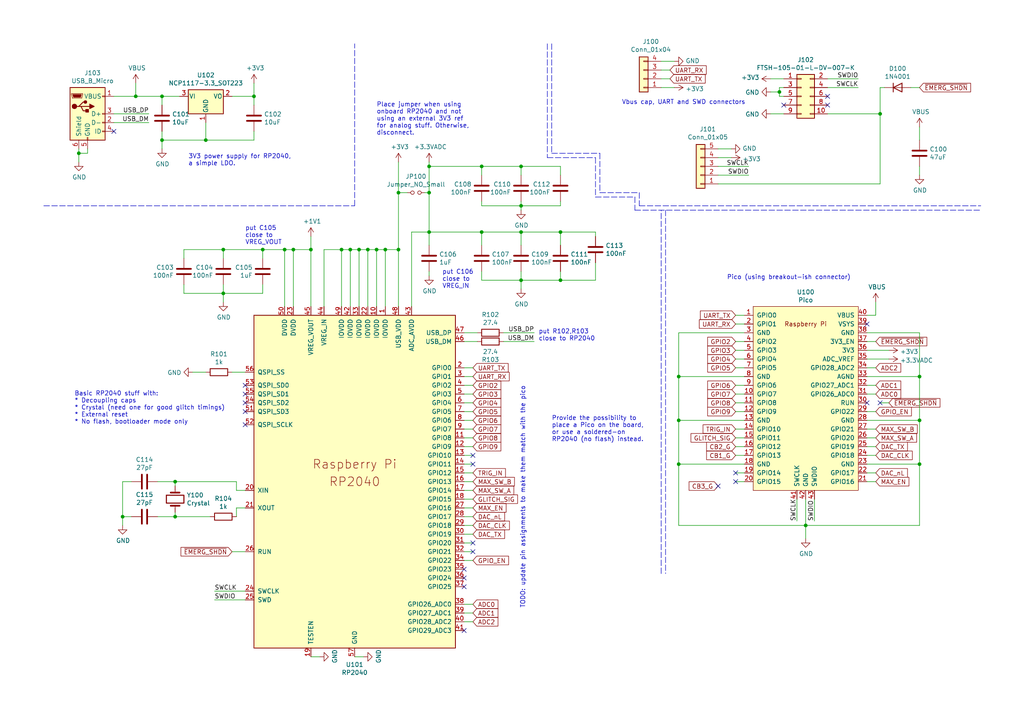
<source format=kicad_sch>
(kicad_sch (version 20211123) (generator eeschema)
  (paper "A4")
  (lib_symbols
    (symbol "Connector:USB_B_Micro" (pin_names (offset 1.016))
      (property "Reference" "J" (at -5.08 11.43 0))
      (property "Value" "USB_B_Micro" (at -5.08 8.89 0))
      (symbol "USB_B_Micro_1_1"
        (pin power_out line (at 7.62 5.08 180) (length 2.54) (name "VBUS") (number "1"))
        (pin bidirectional line (at 7.62 -2.54 180) (length 2.54) (name "D-") (number "2"))
        (pin bidirectional line (at 7.62 0 180) (length 2.54) (name "D+") (number "3"))
        (pin passive line (at 7.62 -5.08 180) (length 2.54) (name "ID") (number "4"))
        (pin power_out line (at 0 -10.16 90) (length 2.54) (name "GND") (number "5"))
        (pin passive line (at -2.54 -10.16 90) (length 2.54) (name "Shield") (number "6"))
      )
    )
    (symbol "Connector_Generic:Conn_01x04" (pin_names (offset 1.016) hide)
      (property "Reference" "J" (at 0 5.08 0))
      (property "Value" "Conn_01x04" (at 0 -7.62 0))
      (symbol "Conn_01x04_1_1"
        (pin passive line (at -5.08 2.54 0) (length 3.81) (name "Pin_1") (number "1"))
        (pin passive line (at -5.08 0 0) (length 3.81) (name "Pin_2") (number "2"))
        (pin passive line (at -5.08 -2.54 0) (length 3.81) (name "Pin_3") (number "3"))
        (pin passive line (at -5.08 -5.08 0) (length 3.81) (name "Pin_4") (number "4"))
      )
    )
    (symbol "Connector_Generic:Conn_01x05" (pin_names (offset 1.016) hide)
      (property "Reference" "J" (at 0 7.62 0))
      (property "Value" "Conn_01x05" (at 0 -7.62 0))
      (symbol "Conn_01x05_1_1"
        (pin passive line (at -5.08 5.08 0) (length 3.81) (name "Pin_1") (number "1"))
        (pin passive line (at -5.08 2.54 0) (length 3.81) (name "Pin_2") (number "2"))
        (pin passive line (at -5.08 0 0) (length 3.81) (name "Pin_3") (number "3"))
        (pin passive line (at -5.08 -2.54 0) (length 3.81) (name "Pin_4") (number "4"))
        (pin passive line (at -5.08 -5.08 0) (length 3.81) (name "Pin_5") (number "5"))
      )
    )
    (symbol "Connector_Generic:Conn_02x05_Odd_Even" (pin_names (offset 1.016) hide)
      (property "Reference" "J" (at 1.27 7.62 0))
      (property "Value" "Conn_02x05_Odd_Even" (at 1.27 -7.62 0))
      (symbol "Conn_02x05_Odd_Even_1_1"
        (pin passive line (at -5.08 5.08 0) (length 3.81) (name "Pin_1") (number "1"))
        (pin passive line (at 7.62 -5.08 180) (length 3.81) (name "Pin_10") (number "10"))
        (pin passive line (at 7.62 5.08 180) (length 3.81) (name "Pin_2") (number "2"))
        (pin passive line (at -5.08 2.54 0) (length 3.81) (name "Pin_3") (number "3"))
        (pin passive line (at 7.62 2.54 180) (length 3.81) (name "Pin_4") (number "4"))
        (pin passive line (at -5.08 0 0) (length 3.81) (name "Pin_5") (number "5"))
        (pin passive line (at 7.62 0 180) (length 3.81) (name "Pin_6") (number "6"))
        (pin passive line (at -5.08 -2.54 0) (length 3.81) (name "Pin_7") (number "7"))
        (pin passive line (at 7.62 -2.54 180) (length 3.81) (name "Pin_8") (number "8"))
        (pin passive line (at -5.08 -5.08 0) (length 3.81) (name "Pin_9") (number "9"))
      )
    )
    (symbol "Device:C" (pin_numbers hide) (pin_names (offset 0.254))
      (property "Reference" "C" (at 0.635 2.54 0))
      (property "Value" "C" (at 0.635 -2.54 0))
      (symbol "C_1_1"
        (pin passive line (at 0 3.81 270) (length 2.794) (name "~") (number "1"))
        (pin passive line (at 0 -3.81 90) (length 2.794) (name "~") (number "2"))
      )
    )
    (symbol "Device:Crystal" (pin_numbers hide) (pin_names (offset 1.016) hide)
      (property "Reference" "Y" (at 0 3.81 0))
      (property "Value" "Crystal" (at 0 -3.81 0))
      (symbol "Crystal_1_1"
        (pin passive line (at -3.81 0 0) (length 1.27) (name "1") (number "1"))
        (pin passive line (at 3.81 0 180) (length 1.27) (name "2") (number "2"))
      )
    )
    (symbol "Device:D" (pin_numbers hide) (pin_names (offset 1.016) hide)
      (property "Reference" "D" (at 0 2.54 0))
      (property "Value" "D" (at 0 -2.54 0))
      (symbol "D_1_1"
        (pin passive line (at -3.81 0 0) (length 2.54) (name "K") (number "1"))
        (pin passive line (at 3.81 0 180) (length 2.54) (name "A") (number "2"))
      )
    )
    (symbol "Device:Jumper_NO_Small" (pin_numbers hide) (pin_names (offset 0.762) hide)
      (property "Reference" "JP" (at 0 2.032 0))
      (property "Value" "Device_Jumper_NO_Small" (at 0.254 -1.524 0))
      (symbol "Jumper_NO_Small_0_1"
        (pin passive line (at -2.54 0 0) (length 1.016) (name "1") (number "1"))
        (pin passive line (at 2.54 0 180) (length 1.016) (name "2") (number "2"))
      )
    )
    (symbol "Device:R" (pin_numbers hide) (pin_names (offset 0))
      (property "Reference" "R" (at 2.032 0 90))
      (property "Value" "R" (at 0 0 90))
      (symbol "R_1_1"
        (pin passive line (at 0 3.81 270) (length 1.27) (name "~") (number "1"))
        (pin passive line (at 0 -3.81 90) (length 1.27) (name "~") (number "2"))
      )
    )
    (symbol "MCU_RaspberryPi_and_Boards:Pico" (pin_names (offset 1.016))
      (property "Reference" "U" (at -13.97 27.94 0))
      (property "Value" "Pico" (at 0 19.05 0))
      (symbol "Pico_0_0"
        (text "Raspberry Pi" (at 0 21.59 0) (effects (font (size 1.27 1.27))))
      )
      (symbol "Pico_1_1"
        (pin bidirectional line (at -17.78 24.13 0) (length 2.54) (name "GPIO0") (number "1"))
        (pin bidirectional line (at -17.78 1.27 0) (length 2.54) (name "GPIO7") (number "10"))
        (pin bidirectional line (at -17.78 -1.27 0) (length 2.54) (name "GPIO8") (number "11"))
        (pin bidirectional line (at -17.78 -3.81 0) (length 2.54) (name "GPIO9") (number "12"))
        (pin power_in line (at -17.78 -6.35 0) (length 2.54) (name "GND") (number "13"))
        (pin bidirectional line (at -17.78 -8.89 0) (length 2.54) (name "GPIO10") (number "14"))
        (pin bidirectional line (at -17.78 -11.43 0) (length 2.54) (name "GPIO11") (number "15"))
        (pin bidirectional line (at -17.78 -13.97 0) (length 2.54) (name "GPIO12") (number "16"))
        (pin bidirectional line (at -17.78 -16.51 0) (length 2.54) (name "GPIO13") (number "17"))
        (pin power_in line (at -17.78 -19.05 0) (length 2.54) (name "GND") (number "18"))
        (pin bidirectional line (at -17.78 -21.59 0) (length 2.54) (name "GPIO14") (number "19"))
        (pin bidirectional line (at -17.78 21.59 0) (length 2.54) (name "GPIO1") (number "2"))
        (pin bidirectional line (at -17.78 -24.13 0) (length 2.54) (name "GPIO15") (number "20"))
        (pin bidirectional line (at 17.78 -24.13 180) (length 2.54) (name "GPIO16") (number "21"))
        (pin bidirectional line (at 17.78 -21.59 180) (length 2.54) (name "GPIO17") (number "22"))
        (pin power_in line (at 17.78 -19.05 180) (length 2.54) (name "GND") (number "23"))
        (pin bidirectional line (at 17.78 -16.51 180) (length 2.54) (name "GPIO18") (number "24"))
        (pin bidirectional line (at 17.78 -13.97 180) (length 2.54) (name "GPIO19") (number "25"))
        (pin bidirectional line (at 17.78 -11.43 180) (length 2.54) (name "GPIO20") (number "26"))
        (pin bidirectional line (at 17.78 -8.89 180) (length 2.54) (name "GPIO21") (number "27"))
        (pin power_in line (at 17.78 -6.35 180) (length 2.54) (name "GND") (number "28"))
        (pin bidirectional line (at 17.78 -3.81 180) (length 2.54) (name "GPIO22") (number "29"))
        (pin power_in line (at -17.78 19.05 0) (length 2.54) (name "GND") (number "3"))
        (pin input line (at 17.78 -1.27 180) (length 2.54) (name "RUN") (number "30"))
        (pin bidirectional line (at 17.78 1.27 180) (length 2.54) (name "GPIO26_ADC0") (number "31"))
        (pin bidirectional line (at 17.78 3.81 180) (length 2.54) (name "GPIO27_ADC1") (number "32"))
        (pin power_in line (at 17.78 6.35 180) (length 2.54) (name "AGND") (number "33"))
        (pin bidirectional line (at 17.78 8.89 180) (length 2.54) (name "GPIO28_ADC2") (number "34"))
        (pin unspecified line (at 17.78 11.43 180) (length 2.54) (name "ADC_VREF") (number "35"))
        (pin unspecified line (at 17.78 13.97 180) (length 2.54) (name "3V3") (number "36"))
        (pin input line (at 17.78 16.51 180) (length 2.54) (name "3V3_EN") (number "37"))
        (pin bidirectional line (at 17.78 19.05 180) (length 2.54) (name "GND") (number "38"))
        (pin unspecified line (at 17.78 21.59 180) (length 2.54) (name "VSYS") (number "39"))
        (pin bidirectional line (at -17.78 16.51 0) (length 2.54) (name "GPIO2") (number "4"))
        (pin unspecified line (at 17.78 24.13 180) (length 2.54) (name "VBUS") (number "40"))
        (pin input line (at -2.54 -29.21 90) (length 2.54) (name "SWCLK") (number "41"))
        (pin power_in line (at 0 -29.21 90) (length 2.54) (name "GND") (number "42"))
        (pin bidirectional line (at 2.54 -29.21 90) (length 2.54) (name "SWDIO") (number "43"))
        (pin bidirectional line (at -17.78 13.97 0) (length 2.54) (name "GPIO3") (number "5"))
        (pin bidirectional line (at -17.78 11.43 0) (length 2.54) (name "GPIO4") (number "6"))
        (pin bidirectional line (at -17.78 8.89 0) (length 2.54) (name "GPIO5") (number "7"))
        (pin power_in line (at -17.78 6.35 0) (length 2.54) (name "GND") (number "8"))
        (pin bidirectional line (at -17.78 3.81 0) (length 2.54) (name "GPIO6") (number "9"))
      )
    )
    (symbol "MCU_RaspberryPi_and_Boards:RP2040" (pin_names (offset 1.016))
      (property "Reference" "U" (at -29.21 49.53 0))
      (property "Value" "RP2040" (at 24.13 -49.53 0))
      (symbol "RP2040_0_0"
        (text "Raspberry Pi" (at 0 5.08 0) (effects (font (size 2.54 2.54))))
        (text "RP2040" (at 0 0 0) (effects (font (size 2.54 2.54))))
      )
      (symbol "RP2040_1_1"
        (pin power_in line (at 8.89 50.8 270) (length 2.54) (name "IOVDD") (number "1"))
        (pin power_in line (at 6.35 50.8 270) (length 2.54) (name "IOVDD") (number "10"))
        (pin bidirectional line (at 31.75 12.7 180) (length 2.54) (name "GPIO8") (number "11"))
        (pin bidirectional line (at 31.75 10.16 180) (length 2.54) (name "GPIO9") (number "12"))
        (pin bidirectional line (at 31.75 7.62 180) (length 2.54) (name "GPIO10") (number "13"))
        (pin bidirectional line (at 31.75 5.08 180) (length 2.54) (name "GPIO11") (number "14"))
        (pin bidirectional line (at 31.75 2.54 180) (length 2.54) (name "GPIO12") (number "15"))
        (pin bidirectional line (at 31.75 0 180) (length 2.54) (name "GPIO13") (number "16"))
        (pin bidirectional line (at 31.75 -2.54 180) (length 2.54) (name "GPIO14") (number "17"))
        (pin bidirectional line (at 31.75 -5.08 180) (length 2.54) (name "GPIO15") (number "18"))
        (pin passive line (at -12.7 -50.8 90) (length 2.54) (name "TESTEN") (number "19"))
        (pin bidirectional line (at 31.75 33.02 180) (length 2.54) (name "GPIO0") (number "2"))
        (pin input line (at -31.75 -2.54 0) (length 2.54) (name "XIN") (number "20"))
        (pin passive line (at -31.75 -7.62 0) (length 2.54) (name "XOUT") (number "21"))
        (pin power_in line (at 3.81 50.8 270) (length 2.54) (name "IOVDD") (number "22"))
        (pin power_in line (at -17.78 50.8 270) (length 2.54) (name "DVDD") (number "23"))
        (pin output line (at -31.75 -31.75 0) (length 2.54) (name "SWCLK") (number "24"))
        (pin bidirectional line (at -31.75 -34.29 0) (length 2.54) (name "SWD") (number "25"))
        (pin input line (at -31.75 -20.32 0) (length 2.54) (name "RUN") (number "26"))
        (pin bidirectional line (at 31.75 -7.62 180) (length 2.54) (name "GPIO16") (number "27"))
        (pin bidirectional line (at 31.75 -10.16 180) (length 2.54) (name "GPIO17") (number "28"))
        (pin bidirectional line (at 31.75 -12.7 180) (length 2.54) (name "GPIO18") (number "29"))
        (pin bidirectional line (at 31.75 30.48 180) (length 2.54) (name "GPIO1") (number "3"))
        (pin bidirectional line (at 31.75 -15.24 180) (length 2.54) (name "GPIO19") (number "30"))
        (pin bidirectional line (at 31.75 -17.78 180) (length 2.54) (name "GPIO20") (number "31"))
        (pin bidirectional line (at 31.75 -20.32 180) (length 2.54) (name "GPIO21") (number "32"))
        (pin power_in line (at 1.27 50.8 270) (length 2.54) (name "IOVDD") (number "33"))
        (pin bidirectional line (at 31.75 -22.86 180) (length 2.54) (name "GPIO22") (number "34"))
        (pin bidirectional line (at 31.75 -25.4 180) (length 2.54) (name "GPIO23") (number "35"))
        (pin bidirectional line (at 31.75 -27.94 180) (length 2.54) (name "GPIO24") (number "36"))
        (pin bidirectional line (at 31.75 -30.48 180) (length 2.54) (name "GPIO25") (number "37"))
        (pin bidirectional line (at 31.75 -35.56 180) (length 2.54) (name "GPIO26_ADC0") (number "38"))
        (pin bidirectional line (at 31.75 -38.1 180) (length 2.54) (name "GPIO27_ADC1") (number "39"))
        (pin bidirectional line (at 31.75 27.94 180) (length 2.54) (name "GPIO2") (number "4"))
        (pin bidirectional line (at 31.75 -40.64 180) (length 2.54) (name "GPIO28_ADC2") (number "40"))
        (pin bidirectional line (at 31.75 -43.18 180) (length 2.54) (name "GPIO29_ADC3") (number "41"))
        (pin power_in line (at -1.27 50.8 270) (length 2.54) (name "IOVDD") (number "42"))
        (pin power_in line (at 16.51 50.8 270) (length 2.54) (name "ADC_AVDD") (number "43"))
        (pin power_in line (at -8.89 50.8 270) (length 2.54) (name "VREG_IN") (number "44"))
        (pin power_out line (at -12.7 50.8 270) (length 2.54) (name "VREG_VOUT") (number "45"))
        (pin bidirectional line (at 31.75 40.64 180) (length 2.54) (name "USB_DM") (number "46"))
        (pin bidirectional line (at 31.75 43.18 180) (length 2.54) (name "USB_DP") (number "47"))
        (pin power_in line (at 12.7 50.8 270) (length 2.54) (name "USB_VDD") (number "48"))
        (pin power_in line (at -3.81 50.8 270) (length 2.54) (name "IOVDD") (number "49"))
        (pin bidirectional line (at 31.75 25.4 180) (length 2.54) (name "GPIO3") (number "5"))
        (pin power_in line (at -20.32 50.8 270) (length 2.54) (name "DVDD") (number "50"))
        (pin bidirectional line (at -31.75 20.32 0) (length 2.54) (name "QSPI_SD3") (number "51"))
        (pin output line (at -31.75 16.51 0) (length 2.54) (name "QSPI_SCLK") (number "52"))
        (pin bidirectional line (at -31.75 27.94 0) (length 2.54) (name "QSPI_SD0") (number "53"))
        (pin bidirectional line (at -31.75 22.86 0) (length 2.54) (name "QSPI_SD2") (number "54"))
        (pin bidirectional line (at -31.75 25.4 0) (length 2.54) (name "QSPI_SD1") (number "55"))
        (pin bidirectional line (at -31.75 31.75 0) (length 2.54) (name "QSPI_SS") (number "56"))
        (pin power_in line (at 0 -50.8 90) (length 2.54) (name "GND") (number "57"))
        (pin bidirectional line (at 31.75 22.86 180) (length 2.54) (name "GPIO4") (number "6"))
        (pin bidirectional line (at 31.75 20.32 180) (length 2.54) (name "GPIO5") (number "7"))
        (pin bidirectional line (at 31.75 17.78 180) (length 2.54) (name "GPIO6") (number "8"))
        (pin bidirectional line (at 31.75 15.24 180) (length 2.54) (name "GPIO7") (number "9"))
      )
    )
    (symbol "Regulator_Linear:NCP1117-3.3_SOT223" (pin_names (offset 0.254))
      (property "Reference" "U" (at -3.81 3.175 0))
      (property "Value" "NCP1117-3.3_SOT223" (at 0 3.175 0))
      (symbol "NCP1117-3.3_SOT223_1_1"
        (pin power_in line (at 0 -7.62 90) (length 2.54) (name "GND") (number "1"))
        (pin power_out line (at 7.62 0 180) (length 2.54) (name "VO") (number "2"))
        (pin power_in line (at -7.62 0 0) (length 2.54) (name "VI") (number "3"))
      )
    )
    (symbol "power:+1V1" (power) (pin_names (offset 0))
      (property "Value" "+1V1" (at 0 3.556 0))
      (symbol "+1V1_1_1"
        (pin power_in line (at 0 0 90) (length 0) hide (name "+1V1") (number "1"))
      )
    )
    (symbol "power:+3.3VADC" (power) (pin_names (offset 0))
      (property "Value" "+3.3VADC" (at 0 2.54 0))
      (symbol "+3.3VADC_0_0"
        (pin power_in line (at 0 0 90) (length 0) hide (name "+3.3VADC") (number "1"))
      )
    )
    (symbol "power:+3V3" (power) (pin_names (offset 0))
      (property "Value" "+3V3" (at 0 3.556 0))
      (symbol "+3V3_1_1"
        (pin power_in line (at 0 0 90) (length 0) hide (name "+3V3") (number "1"))
      )
    )
    (symbol "power:GND" (power) (pin_names (offset 0))
      (property "Value" "GND" (at 0 -3.81 0))
      (symbol "GND_1_1"
        (pin power_in line (at 0 0 270) (length 0) hide (name "GND") (number "1"))
      )
    )
    (symbol "power:VBUS" (power) (pin_names (offset 0))
      (property "Value" "VBUS" (at 0 3.81 0))
      (symbol "VBUS_1_1"
        (pin power_in line (at 0 0 90) (length 0) hide (name "VBUS") (number "1"))
      )
    )
  )
  (junction (at 233.68 152.4))
  (junction (at 151.13 81.28))
  (junction (at 82.55 72.39))
  (junction (at 266.7 109.22))
  (junction (at 90.17 72.39))
  (junction (at 59.69 40.64))
  (junction (at 162.56 67.31))
  (junction (at 104.14 72.39))
  (junction (at 106.68 72.39))
  (junction (at 115.57 55.88))
  (junction (at 124.46 55.88))
  (junction (at 196.85 134.62))
  (junction (at 76.2 72.39))
  (junction (at 255.27 33.02))
  (junction (at 111.76 72.39))
  (junction (at 109.22 72.39))
  (junction (at 139.7 67.31))
  (junction (at 99.06 72.39))
  (junction (at 115.57 72.39))
  (junction (at 46.99 40.64))
  (junction (at 139.7 48.26))
  (junction (at 124.46 67.31))
  (junction (at 39.37 27.94))
  (junction (at 196.85 109.22))
  (junction (at 124.46 48.26))
  (junction (at 50.8 139.7))
  (junction (at 266.7 121.92))
  (junction (at 266.7 134.62))
  (junction (at 151.13 59.69))
  (junction (at 50.8 149.86))
  (junction (at 22.86 44.45))
  (junction (at 64.77 85.09))
  (junction (at 85.09 72.39))
  (junction (at 151.13 67.31))
  (junction (at 226.06 26.67))
  (junction (at 151.13 48.26))
  (junction (at 35.56 149.86))
  (junction (at 64.77 72.39))
  (junction (at 196.85 121.92))
  (junction (at 101.6 72.39))
  (junction (at 73.66 27.94))
  (junction (at 46.99 27.94))
  (junction (at 162.56 81.28))
  (no_connect (at 251.46 116.84))
  (no_connect (at 134.62 170.18))
  (no_connect (at 134.62 182.88))
  (no_connect (at 71.12 114.3))
  (no_connect (at 71.12 123.19))
  (no_connect (at 227.33 30.48))
  (no_connect (at 137.16 160.02))
  (no_connect (at 33.02 38.1))
  (no_connect (at 255.27 116.84))
  (no_connect (at 71.12 111.76))
  (no_connect (at 240.03 27.94))
  (no_connect (at 134.62 167.64))
  (no_connect (at 251.46 93.98))
  (no_connect (at 137.16 132.08))
  (no_connect (at 137.16 134.62))
  (no_connect (at 137.16 157.48))
  (no_connect (at 208.28 140.97))
  (no_connect (at 213.36 139.7))
  (no_connect (at 213.36 137.16))
  (no_connect (at 134.62 165.1))
  (no_connect (at 71.12 119.38))
  (no_connect (at 240.03 30.48))
  (no_connect (at 71.12 116.84))
  (wire (pts (xy 67.31 107.95) (xy 71.12 107.95)))
  (wire (pts (xy 215.9 129.54) (xy 213.36 129.54)))
  (wire (pts (xy 137.16 157.48) (xy 134.62 157.48)))
  (wire (pts (xy 115.57 55.88) (xy 115.57 72.39)))
  (wire (pts (xy 139.7 67.31) (xy 151.13 67.31)))
  (wire (pts (xy 71.12 142.24) (xy 68.58 142.24)))
  (wire (pts (xy 226.06 26.67) (xy 223.52 26.67)))
  (wire (pts (xy 53.34 85.09) (xy 53.34 82.55)))
  (wire (pts (xy 53.34 72.39) (xy 64.77 72.39)))
  (wire (pts (xy 196.85 121.92) (xy 196.85 134.62)))
  (wire (pts (xy 251.46 132.08) (xy 254 132.08)))
  (wire (pts (xy 134.62 106.68) (xy 137.16 106.68)))
  (wire (pts (xy 151.13 59.69) (xy 162.56 59.69)))
  (wire (pts (xy 266.7 134.62) (xy 266.7 121.92)))
  (wire (pts (xy 134.62 119.38) (xy 137.16 119.38)))
  (wire (pts (xy 139.7 81.28) (xy 139.7 78.74)))
  (wire (pts (xy 146.05 96.52) (xy 154.94 96.52)))
  (wire (pts (xy 215.9 96.52) (xy 196.85 96.52)))
  (wire (pts (xy 266.7 40.64) (xy 266.7 36.83)))
  (polyline (pts (xy 185.42 55.88) (xy 185.42 59.69)))
  (wire (pts (xy 233.68 152.4) (xy 233.68 156.21)))
  (wire (pts (xy 226.06 27.94) (xy 227.33 27.94)))
  (polyline (pts (xy 173.99 44.45) (xy 173.99 55.88)))
  (wire (pts (xy 226.06 26.67) (xy 226.06 27.94)))
  (wire (pts (xy 50.8 140.97) (xy 50.8 139.7)))
  (wire (pts (xy 134.62 111.76) (xy 137.16 111.76)))
  (wire (pts (xy 137.16 124.46) (xy 134.62 124.46)))
  (wire (pts (xy 73.66 27.94) (xy 73.66 30.48)))
  (wire (pts (xy 134.62 132.08) (xy 137.16 132.08)))
  (wire (pts (xy 213.36 119.38) (xy 215.9 119.38)))
  (wire (pts (xy 162.56 59.69) (xy 162.56 58.42)))
  (wire (pts (xy 76.2 72.39) (xy 76.2 74.93)))
  (wire (pts (xy 119.38 67.31) (xy 119.38 88.9)))
  (wire (pts (xy 257.81 101.6) (xy 251.46 101.6)))
  (wire (pts (xy 134.62 137.16) (xy 137.16 137.16)))
  (wire (pts (xy 266.7 50.8) (xy 266.7 48.26)))
  (wire (pts (xy 196.85 121.92) (xy 196.85 109.22)))
  (wire (pts (xy 151.13 81.28) (xy 139.7 81.28)))
  (wire (pts (xy 251.46 111.76) (xy 254 111.76)))
  (wire (pts (xy 137.16 177.8) (xy 134.62 177.8)))
  (wire (pts (xy 266.7 109.22) (xy 251.46 109.22)))
  (wire (pts (xy 137.16 144.78) (xy 134.62 144.78)))
  (wire (pts (xy 45.72 149.86) (xy 50.8 149.86)))
  (polyline (pts (xy 158.75 12.7) (xy 158.75 45.72)))
  (polyline (pts (xy 172.72 57.15) (xy 184.15 57.15)))
  (wire (pts (xy 213.36 106.68) (xy 215.9 106.68)))
  (wire (pts (xy 208.28 53.34) (xy 255.27 53.34)))
  (wire (pts (xy 137.16 162.56) (xy 134.62 162.56)))
  (wire (pts (xy 73.66 40.64) (xy 73.66 38.1)))
  (wire (pts (xy 213.36 139.7) (xy 215.9 139.7)))
  (wire (pts (xy 162.56 81.28) (xy 151.13 81.28)))
  (wire (pts (xy 151.13 78.74) (xy 151.13 81.28)))
  (wire (pts (xy 255.27 53.34) (xy 255.27 33.02)))
  (wire (pts (xy 124.46 55.88) (xy 124.46 67.31)))
  (wire (pts (xy 52.07 27.94) (xy 46.99 27.94)))
  (wire (pts (xy 134.62 147.32) (xy 137.16 147.32)))
  (wire (pts (xy 46.99 43.18) (xy 46.99 40.64)))
  (wire (pts (xy 46.99 40.64) (xy 59.69 40.64)))
  (wire (pts (xy 139.7 67.31) (xy 139.7 71.12)))
  (wire (pts (xy 172.72 67.31) (xy 172.72 68.58)))
  (wire (pts (xy 111.76 72.39) (xy 115.57 72.39)))
  (wire (pts (xy 137.16 134.62) (xy 134.62 134.62)))
  (wire (pts (xy 105.41 190.5) (xy 102.87 190.5)))
  (wire (pts (xy 257.81 116.84) (xy 255.27 116.84)))
  (wire (pts (xy 124.46 55.88) (xy 124.46 48.26)))
  (wire (pts (xy 233.68 144.78) (xy 233.68 152.4)))
  (wire (pts (xy 101.6 88.9) (xy 101.6 72.39)))
  (wire (pts (xy 35.56 139.7) (xy 38.1 139.7)))
  (wire (pts (xy 251.46 91.44) (xy 254 91.44)))
  (wire (pts (xy 266.7 96.52) (xy 251.46 96.52)))
  (wire (pts (xy 139.7 58.42) (xy 139.7 59.69)))
  (wire (pts (xy 213.36 127) (xy 215.9 127)))
  (wire (pts (xy 255.27 25.4) (xy 255.27 33.02)))
  (wire (pts (xy 139.7 48.26) (xy 139.7 50.8)))
  (wire (pts (xy 134.62 127) (xy 137.16 127)))
  (wire (pts (xy 64.77 72.39) (xy 64.77 74.93)))
  (wire (pts (xy 50.8 139.7) (xy 68.58 139.7)))
  (wire (pts (xy 172.72 76.2) (xy 172.72 81.28)))
  (wire (pts (xy 213.36 132.08) (xy 215.9 132.08)))
  (wire (pts (xy 134.62 121.92) (xy 137.16 121.92)))
  (wire (pts (xy 208.28 48.26) (xy 217.17 48.26)))
  (wire (pts (xy 109.22 72.39) (xy 111.76 72.39)))
  (wire (pts (xy 93.98 88.9) (xy 93.98 72.39)))
  (wire (pts (xy 191.77 17.78) (xy 195.58 17.78)))
  (wire (pts (xy 134.62 99.06) (xy 138.43 99.06)))
  (wire (pts (xy 162.56 78.74) (xy 162.56 81.28)))
  (wire (pts (xy 137.16 149.86) (xy 134.62 149.86)))
  (wire (pts (xy 137.16 116.84) (xy 134.62 116.84)))
  (wire (pts (xy 196.85 109.22) (xy 215.9 109.22)))
  (wire (pts (xy 266.7 121.92) (xy 251.46 121.92)))
  (polyline (pts (xy 158.75 45.72) (xy 172.72 45.72)))
  (wire (pts (xy 240.03 33.02) (xy 255.27 33.02)))
  (polyline (pts (xy 191.77 166.37) (xy 191.77 60.96)))
  (wire (pts (xy 25.4 44.45) (xy 25.4 43.18)))
  (wire (pts (xy 208.28 43.18) (xy 212.09 43.18)))
  (wire (pts (xy 134.62 180.34) (xy 137.16 180.34)))
  (wire (pts (xy 115.57 46.99) (xy 115.57 55.88)))
  (wire (pts (xy 115.57 88.9) (xy 115.57 72.39)))
  (wire (pts (xy 104.14 72.39) (xy 106.68 72.39)))
  (wire (pts (xy 151.13 48.26) (xy 162.56 48.26)))
  (wire (pts (xy 67.31 27.94) (xy 73.66 27.94)))
  (wire (pts (xy 255.27 25.4) (xy 256.54 25.4)))
  (wire (pts (xy 254 119.38) (xy 251.46 119.38)))
  (wire (pts (xy 60.96 149.86) (xy 50.8 149.86)))
  (wire (pts (xy 46.99 40.64) (xy 46.99 38.1)))
  (wire (pts (xy 266.7 152.4) (xy 266.7 134.62)))
  (wire (pts (xy 82.55 72.39) (xy 82.55 88.9)))
  (wire (pts (xy 68.58 139.7) (xy 68.58 142.24)))
  (wire (pts (xy 33.02 33.02) (xy 43.18 33.02)))
  (wire (pts (xy 264.16 25.4) (xy 266.7 25.4)))
  (wire (pts (xy 254 137.16) (xy 251.46 137.16)))
  (wire (pts (xy 64.77 85.09) (xy 76.2 85.09)))
  (polyline (pts (xy 160.02 44.45) (xy 173.99 44.45)))
  (wire (pts (xy 196.85 152.4) (xy 233.68 152.4)))
  (wire (pts (xy 254 91.44) (xy 254 87.63)))
  (wire (pts (xy 146.05 99.06) (xy 154.94 99.06)))
  (wire (pts (xy 35.56 152.4) (xy 35.56 149.86)))
  (wire (pts (xy 123.19 55.88) (xy 124.46 55.88)))
  (wire (pts (xy 139.7 48.26) (xy 151.13 48.26)))
  (wire (pts (xy 68.58 147.32) (xy 71.12 147.32)))
  (wire (pts (xy 118.11 55.88) (xy 115.57 55.88)))
  (wire (pts (xy 134.62 96.52) (xy 138.43 96.52)))
  (wire (pts (xy 233.68 152.4) (xy 266.7 152.4)))
  (wire (pts (xy 124.46 71.12) (xy 124.46 67.31)))
  (wire (pts (xy 240.03 25.4) (xy 248.92 25.4)))
  (wire (pts (xy 134.62 160.02) (xy 137.16 160.02)))
  (wire (pts (xy 99.06 72.39) (xy 101.6 72.39)))
  (wire (pts (xy 39.37 24.13) (xy 39.37 27.94)))
  (wire (pts (xy 38.1 149.86) (xy 35.56 149.86)))
  (polyline (pts (xy 185.42 59.69) (xy 284.48 59.69)))
  (wire (pts (xy 226.06 25.4) (xy 226.06 26.67)))
  (wire (pts (xy 162.56 67.31) (xy 172.72 67.31)))
  (wire (pts (xy 240.03 22.86) (xy 248.92 22.86)))
  (wire (pts (xy 101.6 72.39) (xy 104.14 72.39)))
  (wire (pts (xy 251.46 127) (xy 254 127)))
  (wire (pts (xy 215.9 124.46) (xy 213.36 124.46)))
  (wire (pts (xy 99.06 88.9) (xy 99.06 72.39)))
  (wire (pts (xy 50.8 149.86) (xy 50.8 148.59)))
  (wire (pts (xy 35.56 149.86) (xy 35.56 139.7)))
  (wire (pts (xy 137.16 154.94) (xy 134.62 154.94)))
  (wire (pts (xy 62.23 171.45) (xy 71.12 171.45)))
  (polyline (pts (xy 184.15 57.15) (xy 184.15 60.96)))
  (wire (pts (xy 227.33 33.02) (xy 223.52 33.02)))
  (wire (pts (xy 64.77 82.55) (xy 64.77 85.09)))
  (wire (pts (xy 151.13 81.28) (xy 151.13 83.82)))
  (wire (pts (xy 137.16 139.7) (xy 134.62 139.7)))
  (wire (pts (xy 151.13 59.69) (xy 151.13 60.96)))
  (wire (pts (xy 134.62 175.26) (xy 137.16 175.26)))
  (polyline (pts (xy 172.72 45.72) (xy 172.72 57.15)))
  (polyline (pts (xy 173.99 55.88) (xy 185.42 55.88)))
  (wire (pts (xy 254 124.46) (xy 251.46 124.46)))
  (wire (pts (xy 213.36 93.98) (xy 215.9 93.98)))
  (wire (pts (xy 137.16 129.54) (xy 134.62 129.54)))
  (wire (pts (xy 62.23 173.99) (xy 71.12 173.99)))
  (wire (pts (xy 162.56 48.26) (xy 162.56 50.8)))
  (wire (pts (xy 106.68 88.9) (xy 106.68 72.39)))
  (wire (pts (xy 124.46 48.26) (xy 139.7 48.26)))
  (polyline (pts (xy 193.04 60.96) (xy 193.04 166.37)))
  (wire (pts (xy 67.31 160.02) (xy 71.12 160.02)))
  (wire (pts (xy 55.88 107.95) (xy 59.69 107.95)))
  (wire (pts (xy 106.68 72.39) (xy 109.22 72.39)))
  (wire (pts (xy 90.17 190.5) (xy 92.71 190.5)))
  (wire (pts (xy 39.37 27.94) (xy 46.99 27.94)))
  (wire (pts (xy 151.13 67.31) (xy 151.13 71.12)))
  (wire (pts (xy 134.62 152.4) (xy 137.16 152.4)))
  (wire (pts (xy 85.09 72.39) (xy 90.17 72.39)))
  (wire (pts (xy 53.34 85.09) (xy 64.77 85.09)))
  (wire (pts (xy 151.13 48.26) (xy 151.13 50.8)))
  (wire (pts (xy 22.86 44.45) (xy 22.86 43.18)))
  (wire (pts (xy 104.14 88.9) (xy 104.14 72.39)))
  (wire (pts (xy 227.33 25.4) (xy 226.06 25.4)))
  (wire (pts (xy 172.72 81.28) (xy 162.56 81.28)))
  (wire (pts (xy 90.17 68.58) (xy 90.17 72.39)))
  (wire (pts (xy 257.81 104.14) (xy 251.46 104.14)))
  (wire (pts (xy 266.7 121.92) (xy 266.7 109.22)))
  (polyline (pts (xy 102.87 59.69) (xy 102.87 12.7)))
  (wire (pts (xy 93.98 72.39) (xy 99.06 72.39)))
  (wire (pts (xy 137.16 109.22) (xy 134.62 109.22)))
  (wire (pts (xy 196.85 134.62) (xy 215.9 134.62)))
  (wire (pts (xy 68.58 149.86) (xy 68.58 147.32)))
  (wire (pts (xy 85.09 72.39) (xy 85.09 88.9)))
  (wire (pts (xy 76.2 72.39) (xy 82.55 72.39)))
  (wire (pts (xy 111.76 88.9) (xy 111.76 72.39)))
  (wire (pts (xy 215.9 137.16) (xy 213.36 137.16)))
  (wire (pts (xy 82.55 72.39) (xy 85.09 72.39)))
  (wire (pts (xy 254 114.3) (xy 251.46 114.3)))
  (wire (pts (xy 227.33 22.86) (xy 223.52 22.86)))
  (wire (pts (xy 64.77 72.39) (xy 76.2 72.39)))
  (wire (pts (xy 33.02 35.56) (xy 43.18 35.56)))
  (wire (pts (xy 215.9 121.92) (xy 196.85 121.92)))
  (wire (pts (xy 254 99.06) (xy 251.46 99.06)))
  (wire (pts (xy 194.31 20.32) (xy 191.77 20.32)))
  (wire (pts (xy 39.37 27.94) (xy 33.02 27.94)))
  (wire (pts (xy 266.7 109.22) (xy 266.7 96.52)))
  (polyline (pts (xy 184.15 60.96) (xy 284.48 60.96)))
  (wire (pts (xy 50.8 139.7) (xy 45.72 139.7)))
  (wire (pts (xy 191.77 25.4) (xy 195.58 25.4)))
  (wire (pts (xy 64.77 85.09) (xy 64.77 87.63)))
  (wire (pts (xy 266.7 134.62) (xy 251.46 134.62)))
  (wire (pts (xy 124.46 67.31) (xy 139.7 67.31)))
  (wire (pts (xy 215.9 99.06) (xy 213.36 99.06)))
  (wire (pts (xy 59.69 40.64) (xy 59.69 35.56)))
  (wire (pts (xy 46.99 27.94) (xy 46.99 30.48)))
  (wire (pts (xy 215.9 101.6) (xy 213.36 101.6)))
  (wire (pts (xy 208.28 45.72) (xy 212.09 45.72)))
  (wire (pts (xy 208.28 50.8) (xy 217.17 50.8)))
  (wire (pts (xy 231.14 144.78) (xy 231.14 151.13)))
  (wire (pts (xy 151.13 67.31) (xy 162.56 67.31)))
  (wire (pts (xy 251.46 139.7) (xy 254 139.7)))
  (wire (pts (xy 196.85 134.62) (xy 196.85 152.4)))
  (wire (pts (xy 151.13 58.42) (xy 151.13 59.69)))
  (wire (pts (xy 215.9 91.44) (xy 213.36 91.44)))
  (wire (pts (xy 139.7 59.69) (xy 151.13 59.69)))
  (wire (pts (xy 134.62 114.3) (xy 137.16 114.3)))
  (wire (pts (xy 213.36 104.14) (xy 215.9 104.14)))
  (wire (pts (xy 124.46 80.01) (xy 124.46 78.74)))
  (wire (pts (xy 162.56 67.31) (xy 162.56 71.12)))
  (wire (pts (xy 76.2 82.55) (xy 76.2 85.09)))
  (wire (pts (xy 196.85 96.52) (xy 196.85 109.22)))
  (wire (pts (xy 191.77 22.86) (xy 194.31 22.86)))
  (wire (pts (xy 215.9 111.76) (xy 213.36 111.76)))
  (wire (pts (xy 251.46 106.68) (xy 254 106.68)))
  (wire (pts (xy 124.46 67.31) (xy 119.38 67.31)))
  (wire (pts (xy 109.22 88.9) (xy 109.22 72.39)))
  (wire (pts (xy 53.34 74.93) (xy 53.34 72.39)))
  (wire (pts (xy 254 129.54) (xy 251.46 129.54)))
  (wire (pts (xy 59.69 40.64) (xy 73.66 40.64)))
  (wire (pts (xy 22.86 44.45) (xy 25.4 44.45)))
  (wire (pts (xy 22.86 46.99) (xy 22.86 44.45)))
  (wire (pts (xy 134.62 142.24) (xy 137.16 142.24)))
  (wire (pts (xy 73.66 27.94) (xy 73.66 24.13)))
  (wire (pts (xy 124.46 48.26) (xy 124.46 46.99)))
  (wire (pts (xy 215.9 116.84) (xy 213.36 116.84)))
  (wire (pts (xy 90.17 72.39) (xy 90.17 88.9)))
  (wire (pts (xy 236.22 144.78) (xy 236.22 151.13)))
  (wire (pts (xy 213.36 114.3) (xy 215.9 114.3)))
  (polyline (pts (xy 160.02 12.7) (xy 160.02 44.45)))
  (polyline (pts (xy 12.7 59.69) (xy 102.87 59.69)))
  (text "Place jumper when using\nonboard RP2040 and not\nusing an external 3V3 ref\nfor analog stuff. Otherwise,\ndisconnect." (at 109.22 39.37 0) (effects (font (size 1.27 1.27)) (justify left bottom)))
  (text "TODO: update pin assignments to make them match with the pico" (at 152.4 176.53 90) (effects (font (size 1.27 1.27)) (justify left bottom)))
  (text "put C106\nclose to\nVREG_IN" (at 128.27 83.82 0) (effects (font (size 1.27 1.27)) (justify left bottom)))
  (text "Vbus cap, UART and SWD connectors" (at 180.34 30.48 0) (effects (font (size 1.27 1.27)) (justify left bottom)))
  (text "put C105\nclose to\nVREG_VOUT" (at 71.12 71.12 0) (effects (font (size 1.27 1.27)) (justify left bottom)))
  (text "Pico (using breakout-ish connector)" (at 210.82 81.28 0) (effects (font (size 1.27 1.27)) (justify left bottom)))
  (text "3V3 power supply for RP2040,\na simple LDO." (at 54.61 48.26 0) (effects (font (size 1.27 1.27)) (justify left bottom)))
  (text "put R102,R103\nclose to RP2040" (at 156.21 99.06 0) (effects (font (size 1.27 1.27)) (justify left bottom)))
  (text "Basic RP2040 stuff with:\n* Decoupling caps\n* Crystal (need one for good glitch timings)\n* External reset\n* No flash, bootloader mode only" (at 21.59 123.19 0) (effects (font (size 1.27 1.27)) (justify left bottom)))
  (text "Provide the possibility to\nplace a Pico on the board,\nor use a soldered-on\nRP2040 (no flash) instead." (at 160.02 128.27 0) (effects (font (size 1.27 1.27)) (justify left bottom)))
  (label "SWCLK" (at 217.17 48.26 180))
  (label "USB_DM" (at 43.18 35.56 180))
  (label "SWCLK" (at 62.23 171.45 0))
  (label "USB_DM" (at 154.94 99.06 180))
  (label "SWDIO" (at 236.22 151.13 90))
  (label "SWDIO" (at 248.92 22.86 180))
  (label "USB_DP" (at 43.18 33.02 180))
  (label "SWCLK" (at 248.92 25.4 180))
  (label "USB_DP" (at 154.94 96.52 180))
  (label "SWDIO" (at 62.23 173.99 0))
  (label "SWDIO" (at 217.17 50.8 180))
  (label "SWCLK" (at 231.14 151.13 90))
  (global_label "CB1_G" (shape input) (at 213.36 132.08 180) (property "Intersheet References" "${INTERSHEET_REFS}" (effects hide)))
  (global_label "GPIO2" (shape input) (at 137.16 111.76 0) (property "Intersheet References" "${INTERSHEET_REFS}" (effects hide)))
  (global_label "~{EMERG_SHDN}" (shape input) (at 67.31 160.02 180) (property "Intersheet References" "${INTERSHEET_REFS}" (effects hide)))
  (global_label "ADC0" (shape input) (at 137.16 175.26 0) (property "Intersheet References" "${INTERSHEET_REFS}" (effects hide)))
  (global_label "DAC_nL" (shape input) (at 254 137.16 0) (property "Intersheet References" "${INTERSHEET_REFS}" (effects hide)))
  (global_label "TRIG_IN" (shape input) (at 137.16 137.16 0) (property "Intersheet References" "${INTERSHEET_REFS}" (effects hide)))
  (global_label "ADC2" (shape input) (at 254 106.68 0) (property "Intersheet References" "${INTERSHEET_REFS}" (effects hide)))
  (global_label "TRIG_IN" (shape input) (at 213.36 124.46 180) (property "Intersheet References" "${INTERSHEET_REFS}" (effects hide)))
  (global_label "ADC1" (shape input) (at 137.16 177.8 0) (property "Intersheet References" "${INTERSHEET_REFS}" (effects hide)))
  (global_label "GPIO_EN" (shape input) (at 137.16 162.56 0) (property "Intersheet References" "${INTERSHEET_REFS}" (effects hide)))
  (global_label "MAX_SW_B" (shape input) (at 137.16 139.7 0) (property "Intersheet References" "${INTERSHEET_REFS}" (effects hide)))
  (global_label "GPIO7" (shape input) (at 137.16 124.46 0) (property "Intersheet References" "${INTERSHEET_REFS}" (effects hide)))
  (global_label "MAX_SW_A" (shape input) (at 254 127 0) (property "Intersheet References" "${INTERSHEET_REFS}" (effects hide)))
  (global_label "GPIO5" (shape input) (at 213.36 106.68 180) (property "Intersheet References" "${INTERSHEET_REFS}" (effects hide)))
  (global_label "~{EMERG_SHDN}" (shape input) (at 266.7 25.4 0) (property "Intersheet References" "${INTERSHEET_REFS}" (effects hide)))
  (global_label "GPIO4" (shape input) (at 213.36 104.14 180) (property "Intersheet References" "${INTERSHEET_REFS}" (effects hide)))
  (global_label "MAX_SW_A" (shape input) (at 137.16 142.24 0) (property "Intersheet References" "${INTERSHEET_REFS}" (effects hide)))
  (global_label "GLITCH_SIG" (shape input) (at 137.16 144.78 0) (property "Intersheet References" "${INTERSHEET_REFS}" (effects hide)))
  (global_label "~{EMERG_SHDN}" (shape input) (at 254 99.06 0) (property "Intersheet References" "${INTERSHEET_REFS}" (effects hide)))
  (global_label "GPIO7" (shape input) (at 213.36 114.3 180) (property "Intersheet References" "${INTERSHEET_REFS}" (effects hide)))
  (global_label "CB3_G" (shape input) (at 208.28 140.97 180) (property "Intersheet References" "${INTERSHEET_REFS}" (effects hide)))
  (global_label "ADC1" (shape input) (at 254 111.76 0) (property "Intersheet References" "${INTERSHEET_REFS}" (effects hide)))
  (global_label "~{EMERG_SHDN}" (shape input) (at 257.81 116.84 0) (property "Intersheet References" "${INTERSHEET_REFS}" (effects hide)))
  (global_label "GPIO6" (shape input) (at 137.16 121.92 0) (property "Intersheet References" "${INTERSHEET_REFS}" (effects hide)))
  (global_label "UART_RX" (shape input) (at 213.36 93.98 180) (property "Intersheet References" "${INTERSHEET_REFS}" (effects hide)))
  (global_label "DAC_nL" (shape input) (at 137.16 149.86 0) (property "Intersheet References" "${INTERSHEET_REFS}" (effects hide)))
  (global_label "CB2_G" (shape input) (at 213.36 129.54 180) (property "Intersheet References" "${INTERSHEET_REFS}" (effects hide)))
  (global_label "GPIO3" (shape input) (at 213.36 101.6 180) (property "Intersheet References" "${INTERSHEET_REFS}" (effects hide)))
  (global_label "UART_TX" (shape input) (at 137.16 106.68 0) (property "Intersheet References" "${INTERSHEET_REFS}" (effects hide)))
  (global_label "GPIO6" (shape input) (at 213.36 111.76 180) (property "Intersheet References" "${INTERSHEET_REFS}" (effects hide)))
  (global_label "GPIO8" (shape input) (at 137.16 127 0) (property "Intersheet References" "${INTERSHEET_REFS}" (effects hide)))
  (global_label "DAC_CLK" (shape input) (at 254 132.08 0) (property "Intersheet References" "${INTERSHEET_REFS}" (effects hide)))
  (global_label "GPIO3" (shape input) (at 137.16 114.3 0) (property "Intersheet References" "${INTERSHEET_REFS}" (effects hide)))
  (global_label "DAC_TX" (shape input) (at 254 129.54 0) (property "Intersheet References" "${INTERSHEET_REFS}" (effects hide)))
  (global_label "DAC_TX" (shape input) (at 137.16 154.94 0) (property "Intersheet References" "${INTERSHEET_REFS}" (effects hide)))
  (global_label "GPIO4" (shape input) (at 137.16 116.84 0) (property "Intersheet References" "${INTERSHEET_REFS}" (effects hide)))
  (global_label "UART_TX" (shape input) (at 194.31 22.86 0) (property "Intersheet References" "${INTERSHEET_REFS}" (effects hide)))
  (global_label "ADC2" (shape input) (at 137.16 180.34 0) (property "Intersheet References" "${INTERSHEET_REFS}" (effects hide)))
  (global_label "MAX_EN" (shape input) (at 254 139.7 0) (property "Intersheet References" "${INTERSHEET_REFS}" (effects hide)))
  (global_label "MAX_SW_B" (shape input) (at 254 124.46 0) (property "Intersheet References" "${INTERSHEET_REFS}" (effects hide)))
  (global_label "UART_RX" (shape input) (at 194.31 20.32 0) (property "Intersheet References" "${INTERSHEET_REFS}" (effects hide)))
  (global_label "GPIO2" (shape input) (at 213.36 99.06 180) (property "Intersheet References" "${INTERSHEET_REFS}" (effects hide)))
  (global_label "GPIO9" (shape input) (at 213.36 119.38 180) (property "Intersheet References" "${INTERSHEET_REFS}" (effects hide)))
  (global_label "GPIO9" (shape input) (at 137.16 129.54 0) (property "Intersheet References" "${INTERSHEET_REFS}" (effects hide)))
  (global_label "GPIO8" (shape input) (at 213.36 116.84 180) (property "Intersheet References" "${INTERSHEET_REFS}" (effects hide)))
  (global_label "ADC0" (shape input) (at 254 114.3 0) (property "Intersheet References" "${INTERSHEET_REFS}" (effects hide)))
  (global_label "GPIO_EN" (shape input) (at 254 119.38 0) (property "Intersheet References" "${INTERSHEET_REFS}" (effects hide)))
  (global_label "MAX_EN" (shape input) (at 137.16 147.32 0) (property "Intersheet References" "${INTERSHEET_REFS}" (effects hide)))
  (global_label "GPIO5" (shape input) (at 137.16 119.38 0) (property "Intersheet References" "${INTERSHEET_REFS}" (effects hide)))
  (global_label "GLITCH_SIG" (shape input) (at 213.36 127 180) (property "Intersheet References" "${INTERSHEET_REFS}" (effects hide)))
  (global_label "UART_TX" (shape input) (at 213.36 91.44 180) (property "Intersheet References" "${INTERSHEET_REFS}" (effects hide)))
  (global_label "UART_RX" (shape input) (at 137.16 109.22 0) (property "Intersheet References" "${INTERSHEET_REFS}" (effects hide)))
  (global_label "DAC_CLK" (shape input) (at 137.16 152.4 0) (property "Intersheet References" "${INTERSHEET_REFS}" (effects hide)))
  (symbol (lib_id "MCU_RaspberryPi_and_Boards:Pico") (at 233.68 115.57 0) (unit 1)
    (property "Reference" "U100" (at 233.68 84.709 0))
    (property "Value" "Pico" (at 233.68 87.0204 0))
    (property "Footprint" "MCU_RaspberryPi_and_Boards:RPi_Pico_SMD_TH" (effects hide))
  )
  (symbol (lib_id "MCU_RaspberryPi_and_Boards:RP2040") (at 102.87 139.7 0) (unit 1) (in_bom no) (on_board no)
    (property "Reference" "U101" (at 102.87 192.7606 0))
    (property "Value" "RP2040" (at 102.87 195.072 0))
    (property "Footprint" "MCU_RaspberryPi_and_Boards:RP2040-QFN-56" (effects hide))
  )
  (symbol (lib_id "power:GND") (at 233.68 156.21 0) (unit 1)
    (property "Reference" "#PWR0102" (effects hide))
    (property "Value" "GND" (at 233.807 160.6042 0))
  )
  (symbol (lib_id "power:VBUS") (at 254 87.63 0) (unit 1)
    (property "Reference" "#PWR0103" (effects hide))
    (property "Value" "VBUS" (at 254.381 83.2358 0))
  )
  (symbol (lib_id "power:+3V3") (at 257.81 101.6 270) (unit 1)
    (property "Reference" "#PWR0104" (effects hide))
    (property "Value" "+3V3" (at 261.0612 101.981 90) (effects (justify left)))
  )
  (symbol (lib_id "power:+3.3VADC") (at 257.81 104.14 270) (unit 1)
    (property "Reference" "#PWR0105" (effects hide))
    (property "Value" "+3.3VADC" (at 261.0612 104.521 90) (effects (justify left)))
  )
  (symbol (lib_id "power:VBUS") (at 266.7 36.83 0) (unit 1)
    (property "Reference" "#PWR0106" (effects hide))
    (property "Value" "VBUS" (at 267.081 32.4358 0))
  )
  (symbol (lib_id "Device:C") (at 266.7 44.45 0) (unit 1)
    (property "Reference" "C100" (at 269.621 43.2816 0) (effects (justify left)))
    (property "Value" "47uF" (at 269.621 45.593 0) (effects (justify left)))
    (property "Footprint" "Capacitor_THT:CP_Radial_D4.0mm_P2.00mm" (effects hide))
  )
  (symbol (lib_id "power:GND") (at 266.7 50.8 0) (unit 1)
    (property "Reference" "#PWR0107" (effects hide))
    (property "Value" "GND" (at 266.827 55.1942 0))
  )
  (symbol (lib_id "Device:D") (at 260.35 25.4 0) (unit 1)
    (property "Reference" "D100" (at 260.35 19.8882 0))
    (property "Value" "1N4001" (at 260.35 22.1996 0))
    (property "Footprint" "Diode_SMD:D_SOD-123" (effects hide))
  )
  (symbol (lib_id "Connector_Generic:Conn_02x05_Odd_Even") (at 232.41 27.94 0) (unit 1)
    (property "Reference" "J102" (at 233.68 17.3482 0))
    (property "Value" "FTSH-105-01-L-DV-007-K" (at 233.68 19.6596 0))
    (property "Footprint" "lethalbit-connectors:FTSH-105-01-L-DV-K-TR" (effects hide))
  )
  (symbol (lib_id "power:+3V3") (at 223.52 22.86 90) (unit 1)
    (property "Reference" "#PWR0112" (effects hide))
    (property "Value" "+3V3" (at 220.2688 22.479 90) (effects (justify left)))
  )
  (symbol (lib_id "power:GND") (at 223.52 26.67 270) (unit 1)
    (property "Reference" "#PWR0113" (effects hide))
    (property "Value" "GND" (at 220.2688 26.797 90) (effects (justify right)))
  )
  (symbol (lib_id "power:GND") (at 223.52 33.02 270) (unit 1)
    (property "Reference" "#PWR0114" (effects hide))
    (property "Value" "GND" (at 220.2688 33.147 90) (effects (justify right)))
  )
  (symbol (lib_id "Connector:USB_B_Micro") (at 25.4 33.02 0) (unit 1) (in_bom no) (on_board no)
    (property "Reference" "J103" (at 26.8478 21.1582 0))
    (property "Value" "USB_B_Micro" (at 26.8478 23.4696 0))
    (property "Footprint" "Connector_USB:USB_Micro-B_Wuerth_629105150521" (effects hide))
  )
  (symbol (lib_id "Regulator_Linear:NCP1117-3.3_SOT223") (at 59.69 27.94 0) (unit 1) (in_bom no) (on_board no)
    (property "Reference" "U102" (at 59.69 21.7932 0))
    (property "Value" "NCP1117-3.3_SOT223" (at 59.69 24.1046 0))
    (property "Footprint" "Package_TO_SOT_SMD:SOT-223-3_TabPin2" (effects hide))
    (property "Datasheet" "http://www.onsemi.com/pub_link/Collateral/NCP1117-D.PDF" (effects hide))
  )
  (symbol (lib_id "power:VBUS") (at 39.37 24.13 0) (unit 1)
    (property "Reference" "#PWR0115" (effects hide))
    (property "Value" "VBUS" (at 39.751 19.7358 0))
  )
  (symbol (lib_id "power:GND") (at 22.86 46.99 0) (unit 1)
    (property "Reference" "#PWR0116" (effects hide))
    (property "Value" "GND" (at 22.987 51.3842 0))
  )
  (symbol (lib_id "Device:C") (at 46.99 34.29 0) (unit 1) (in_bom no) (on_board no)
    (property "Reference" "C101" (at 49.911 33.1216 0) (effects (justify left)))
    (property "Value" "10uF" (at 49.911 35.433 0) (effects (justify left)))
    (property "Footprint" "Capacitor_SMD:C_0603_1608Metric_Pad1.08x0.95mm_HandSolder" (effects hide))
  )
  (symbol (lib_id "power:GND") (at 46.99 43.18 0) (unit 1)
    (property "Reference" "#PWR0117" (effects hide))
    (property "Value" "GND" (at 47.117 47.5742 0))
  )
  (symbol (lib_id "Device:C") (at 73.66 34.29 0) (unit 1) (in_bom no) (on_board no)
    (property "Reference" "C102" (at 76.581 33.1216 0) (effects (justify left)))
    (property "Value" "10uF" (at 76.581 35.433 0) (effects (justify left)))
    (property "Footprint" "Capacitor_SMD:C_0603_1608Metric_Pad1.08x0.95mm_HandSolder" (effects hide))
  )
  (symbol (lib_id "power:+3V3") (at 73.66 24.13 0) (unit 1)
    (property "Reference" "#PWR0118" (effects hide))
    (property "Value" "+3V3" (at 74.041 19.7358 0))
  )
  (symbol (lib_id "power:GND") (at 92.71 190.5 90) (unit 1)
    (property "Reference" "#PWR0119" (effects hide))
    (property "Value" "GND" (at 97.1042 190.373 0))
  )
  (symbol (lib_id "power:GND") (at 105.41 190.5 90) (unit 1)
    (property "Reference" "#PWR0120" (effects hide))
    (property "Value" "GND" (at 109.8042 190.373 0))
  )
  (symbol (lib_id "Device:C") (at 64.77 78.74 0) (mirror y) (unit 1) (in_bom no) (on_board no)
    (property "Reference" "C104" (at 61.849 77.5716 0) (effects (justify left)))
    (property "Value" "100nF" (at 61.849 79.883 0) (effects (justify left)))
    (property "Footprint" "Capacitor_SMD:C_0603_1608Metric_Pad1.08x0.95mm_HandSolder" (effects hide))
  )
  (symbol (lib_id "Device:C") (at 76.2 78.74 0) (mirror y) (unit 1) (in_bom no) (on_board no)
    (property "Reference" "C105" (at 73.279 77.5716 0) (effects (justify left)))
    (property "Value" "1uF" (at 73.279 79.883 0) (effects (justify left)))
    (property "Footprint" "Capacitor_SMD:C_0603_1608Metric_Pad1.08x0.95mm_HandSolder" (effects hide))
  )
  (symbol (lib_id "Device:C") (at 53.34 78.74 0) (mirror y) (unit 1) (in_bom no) (on_board no)
    (property "Reference" "C103" (at 50.419 77.5716 0) (effects (justify left)))
    (property "Value" "100nF" (at 50.419 79.883 0) (effects (justify left)))
    (property "Footprint" "Capacitor_SMD:C_0603_1608Metric_Pad1.08x0.95mm_HandSolder" (effects hide))
  )
  (symbol (lib_id "power:GND") (at 64.77 87.63 0) (unit 1)
    (property "Reference" "#PWR0121" (effects hide))
    (property "Value" "GND" (at 64.897 92.0242 0))
  )
  (symbol (lib_id "power:+1V1") (at 90.17 68.58 0) (unit 1)
    (property "Reference" "#PWR0122" (effects hide))
    (property "Value" "+1V1" (at 90.551 64.1858 0))
  )
  (symbol (lib_id "power:+3V3") (at 115.57 46.99 0) (unit 1)
    (property "Reference" "#PWR0123" (effects hide))
    (property "Value" "+3V3" (at 115.951 42.5958 0))
  )
  (symbol (lib_id "power:+3.3VADC") (at 124.46 46.99 0) (unit 1)
    (property "Reference" "#PWR0124" (effects hide))
    (property "Value" "+3.3VADC" (at 124.841 42.5958 0))
  )
  (symbol (lib_id "Device:C") (at 124.46 74.93 0) (unit 1) (in_bom no) (on_board no)
    (property "Reference" "C106" (at 127.381 73.7616 0) (effects (justify left)))
    (property "Value" "1uF" (at 127.381 76.073 0) (effects (justify left)))
    (property "Footprint" "Capacitor_SMD:C_0603_1608Metric_Pad1.08x0.95mm_HandSolder" (effects hide))
  )
  (symbol (lib_id "power:GND") (at 124.46 80.01 0) (unit 1)
    (property "Reference" "#PWR0125" (effects hide))
    (property "Value" "GND" (at 124.587 84.4042 0))
  )
  (symbol (lib_id "Device:C") (at 139.7 74.93 0) (unit 1) (in_bom no) (on_board no)
    (property "Reference" "C107" (at 142.621 73.7616 0) (effects (justify left)))
    (property "Value" "100nF" (at 142.621 76.073 0) (effects (justify left)))
    (property "Footprint" "Capacitor_SMD:C_0603_1608Metric_Pad1.08x0.95mm_HandSolder" (effects hide))
  )
  (symbol (lib_id "Device:C") (at 151.13 74.93 0) (unit 1) (in_bom no) (on_board no)
    (property "Reference" "C109" (at 154.051 73.7616 0) (effects (justify left)))
    (property "Value" "100nF" (at 154.051 76.073 0) (effects (justify left)))
    (property "Footprint" "Capacitor_SMD:C_0603_1608Metric_Pad1.08x0.95mm_HandSolder" (effects hide))
  )
  (symbol (lib_id "Device:C") (at 162.56 74.93 0) (unit 1) (in_bom no) (on_board no)
    (property "Reference" "C111" (at 165.481 73.7616 0) (effects (justify left)))
    (property "Value" "100nF" (at 165.481 76.073 0) (effects (justify left)))
    (property "Footprint" "Capacitor_SMD:C_0603_1608Metric_Pad1.08x0.95mm_HandSolder" (effects hide))
  )
  (symbol (lib_id "Device:C") (at 139.7 54.61 0) (mirror y) (unit 1) (in_bom no) (on_board no)
    (property "Reference" "C108" (at 136.779 53.4416 0) (effects (justify left)))
    (property "Value" "100nF" (at 136.779 55.753 0) (effects (justify left)))
    (property "Footprint" "Capacitor_SMD:C_0603_1608Metric_Pad1.08x0.95mm_HandSolder" (effects hide))
  )
  (symbol (lib_id "Device:C") (at 151.13 54.61 0) (mirror y) (unit 1) (in_bom no) (on_board no)
    (property "Reference" "C110" (at 148.209 53.4416 0) (effects (justify left)))
    (property "Value" "100nF" (at 148.209 55.753 0) (effects (justify left)))
    (property "Footprint" "Capacitor_SMD:C_0603_1608Metric_Pad1.08x0.95mm_HandSolder" (effects hide))
  )
  (symbol (lib_id "Device:C") (at 162.56 54.61 0) (mirror y) (unit 1) (in_bom no) (on_board no)
    (property "Reference" "C112" (at 159.639 53.4416 0) (effects (justify left)))
    (property "Value" "100nF" (at 159.639 55.753 0) (effects (justify left)))
    (property "Footprint" "Capacitor_SMD:C_0603_1608Metric_Pad1.08x0.95mm_HandSolder" (effects hide))
  )
  (symbol (lib_id "Device:C") (at 172.72 72.39 0) (unit 1) (in_bom no) (on_board no)
    (property "Reference" "C113" (at 175.641 71.2216 0) (effects (justify left)))
    (property "Value" "100nF" (at 175.641 73.533 0) (effects (justify left)))
    (property "Footprint" "Capacitor_SMD:C_0603_1608Metric_Pad1.08x0.95mm_HandSolder" (effects hide))
  )
  (symbol (lib_id "power:GND") (at 151.13 83.82 0) (unit 1)
    (property "Reference" "#PWR0126" (effects hide))
    (property "Value" "GND" (at 151.257 88.2142 0))
  )
  (symbol (lib_id "power:GND") (at 151.13 60.96 0) (unit 1)
    (property "Reference" "#PWR0127" (effects hide))
    (property "Value" "GND" (at 151.257 65.3542 0))
  )
  (symbol (lib_id "Device:R") (at 63.5 107.95 270) (unit 1) (in_bom no) (on_board no)
    (property "Reference" "R101" (at 63.5 102.6922 90))
    (property "Value" "1k" (at 63.5 105.0036 90))
    (property "Footprint" "Resistor_SMD:R_0603_1608Metric_Pad0.98x0.95mm_HandSolder" (effects hide))
  )
  (symbol (lib_id "power:GND") (at 55.88 107.95 270) (unit 1)
    (property "Reference" "#PWR0129" (effects hide))
    (property "Value" "GND" (at 52.6288 108.077 90) (effects (justify right)))
  )
  (symbol (lib_id "Device:R") (at 142.24 96.52 270) (unit 1) (in_bom no) (on_board no)
    (property "Reference" "R102" (at 142.24 91.2622 90))
    (property "Value" "27.4" (at 142.24 93.5736 90))
    (property "Footprint" "Resistor_SMD:R_0603_1608Metric_Pad0.98x0.95mm_HandSolder" (effects hide))
  )
  (symbol (lib_id "Device:R") (at 142.24 99.06 270) (mirror x) (unit 1) (in_bom no) (on_board no)
    (property "Reference" "R103" (at 142.24 104.3178 90))
    (property "Value" "27.4" (at 142.24 102.0064 90))
    (property "Footprint" "Resistor_SMD:R_0603_1608Metric_Pad0.98x0.95mm_HandSolder" (effects hide))
  )
  (symbol (lib_id "Device:R") (at 64.77 149.86 270) (unit 1) (in_bom no) (on_board no)
    (property "Reference" "R104" (at 64.77 144.6022 90))
    (property "Value" "1k" (at 64.77 146.9136 90))
    (property "Footprint" "Resistor_SMD:R_0603_1608Metric_Pad0.98x0.95mm_HandSolder" (effects hide))
  )
  (symbol (lib_id "Device:Crystal") (at 50.8 144.78 90) (unit 1) (in_bom no) (on_board no)
    (property "Reference" "Y100" (at 54.1274 143.6116 90) (effects (justify right)))
    (property "Value" "Crystal" (at 54.1274 145.923 90) (effects (justify right)))
    (property "Footprint" "MCU_RaspberryPi_and_Boards:Crystal_SMD_HC49-US" (effects hide))
  )
  (symbol (lib_id "Device:C") (at 41.91 139.7 270) (unit 1) (in_bom no) (on_board no)
    (property "Reference" "C114" (at 41.91 133.2992 90))
    (property "Value" "27pF" (at 41.91 135.6106 90))
    (property "Footprint" "Capacitor_SMD:C_0603_1608Metric_Pad1.08x0.95mm_HandSolder" (effects hide))
  )
  (symbol (lib_id "Device:C") (at 41.91 149.86 270) (unit 1) (in_bom no) (on_board no)
    (property "Reference" "C115" (at 41.91 143.4592 90))
    (property "Value" "27pF" (at 41.91 145.7706 90))
    (property "Footprint" "Capacitor_SMD:C_0603_1608Metric_Pad1.08x0.95mm_HandSolder" (effects hide))
  )
  (symbol (lib_id "power:GND") (at 35.56 152.4 0) (unit 1)
    (property "Reference" "#PWR0130" (effects hide))
    (property "Value" "GND" (at 35.687 156.7942 0))
  )
  (symbol (lib_id "Device:Jumper_NO_Small") (at 120.65 55.88 0) (unit 1) (in_bom no) (on_board no)
    (property "Reference" "JP100" (at 120.65 51.181 0))
    (property "Value" "Jumper_NO_Small" (at 120.65 53.4924 0))
    (property "Footprint" "Connector_PinHeader_2.54mm:PinHeader_1x02_P2.54mm_Vertical" (effects hide))
  )
  (symbol (lib_id "Connector_Generic:Conn_01x04") (at 186.69 22.86 180) (unit 1)
    (property "Reference" "J100" (at 188.7728 12.065 0))
    (property "Value" "Conn_01x04" (at 188.7728 14.3764 0))
    (property "Footprint" "Connector_PinHeader_2.54mm:PinHeader_1x04_P2.54mm_Vertical" (effects hide))
  )
  (symbol (lib_id "power:+3V3") (at 195.58 25.4 270) (unit 1)
    (property "Reference" "#PWR0110" (effects hide))
    (property "Value" "+3V3" (at 198.8312 25.781 90) (effects (justify left)))
  )
  (symbol (lib_id "power:GND") (at 195.58 17.78 90) (unit 1)
    (property "Reference" "#PWR0111" (effects hide))
    (property "Value" "GND" (at 198.8312 17.653 90) (effects (justify right)))
  )
  (symbol (lib_id "Connector_Generic:Conn_01x05") (at 203.2 48.26 180) (unit 1)
    (property "Reference" "J101" (at 205.2828 37.465 0))
    (property "Value" "Conn_01x05" (at 205.2828 39.7764 0))
    (property "Footprint" "Connector_PinHeader_2.54mm:PinHeader_1x05_P2.54mm_Vertical" (effects hide))
  )
  (symbol (lib_id "power:+3V3") (at 212.09 45.72 270) (unit 1)
    (property "Reference" "#PWR0151" (effects hide))
    (property "Value" "+3V3" (at 215.3412 46.101 90) (effects (justify left)))
  )
  (symbol (lib_id "power:GND") (at 212.09 43.18 90) (unit 1)
    (property "Reference" "#PWR0154" (effects hide))
    (property "Value" "GND" (at 215.3412 43.053 90) (effects (justify right)))
  )
)
</source>
